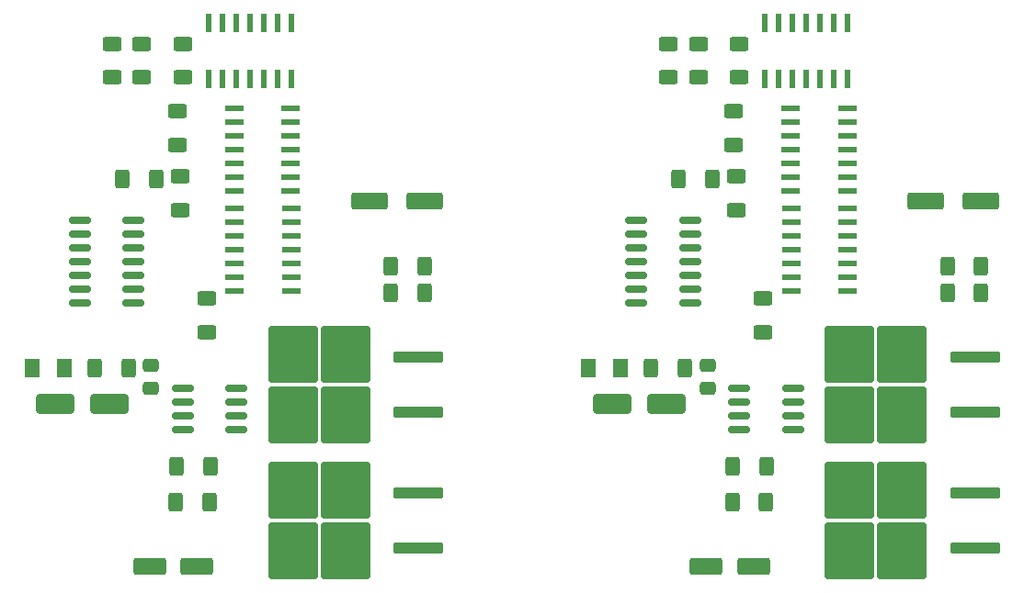
<source format=gbr>
%TF.GenerationSoftware,KiCad,Pcbnew,9.0.2*%
%TF.CreationDate,2025-06-04T19:49:41+07:00*%
%TF.ProjectId,BSPD jadi 1,42535044-206a-4616-9469-20312e6b6963,rev?*%
%TF.SameCoordinates,Original*%
%TF.FileFunction,Paste,Top*%
%TF.FilePolarity,Positive*%
%FSLAX46Y46*%
G04 Gerber Fmt 4.6, Leading zero omitted, Abs format (unit mm)*
G04 Created by KiCad (PCBNEW 9.0.2) date 2025-06-04 19:49:41*
%MOMM*%
%LPD*%
G01*
G04 APERTURE LIST*
G04 Aperture macros list*
%AMRoundRect*
0 Rectangle with rounded corners*
0 $1 Rounding radius*
0 $2 $3 $4 $5 $6 $7 $8 $9 X,Y pos of 4 corners*
0 Add a 4 corners polygon primitive as box body*
4,1,4,$2,$3,$4,$5,$6,$7,$8,$9,$2,$3,0*
0 Add four circle primitives for the rounded corners*
1,1,$1+$1,$2,$3*
1,1,$1+$1,$4,$5*
1,1,$1+$1,$6,$7*
1,1,$1+$1,$8,$9*
0 Add four rect primitives between the rounded corners*
20,1,$1+$1,$2,$3,$4,$5,0*
20,1,$1+$1,$4,$5,$6,$7,0*
20,1,$1+$1,$6,$7,$8,$9,0*
20,1,$1+$1,$8,$9,$2,$3,0*%
G04 Aperture macros list end*
%ADD10RoundRect,0.250000X-0.625000X0.400000X-0.625000X-0.400000X0.625000X-0.400000X0.625000X0.400000X0*%
%ADD11RoundRect,0.250000X-0.400000X-0.625000X0.400000X-0.625000X0.400000X0.625000X-0.400000X0.625000X0*%
%ADD12RoundRect,0.250000X0.625000X-0.400000X0.625000X0.400000X-0.625000X0.400000X-0.625000X-0.400000X0*%
%ADD13RoundRect,0.250000X0.400000X0.625000X-0.400000X0.625000X-0.400000X-0.625000X0.400000X-0.625000X0*%
%ADD14RoundRect,0.250000X2.050000X0.300000X-2.050000X0.300000X-2.050000X-0.300000X2.050000X-0.300000X0*%
%ADD15RoundRect,0.250000X2.025000X2.375000X-2.025000X2.375000X-2.025000X-2.375000X2.025000X-2.375000X0*%
%ADD16RoundRect,0.250000X1.500000X0.650000X-1.500000X0.650000X-1.500000X-0.650000X1.500000X-0.650000X0*%
%ADD17R,1.701800X0.533400*%
%ADD18R,0.533400X1.701800*%
%ADD19RoundRect,0.150000X-0.825000X-0.150000X0.825000X-0.150000X0.825000X0.150000X-0.825000X0.150000X0*%
%ADD20RoundRect,0.250001X-0.462499X-0.624999X0.462499X-0.624999X0.462499X0.624999X-0.462499X0.624999X0*%
%ADD21RoundRect,0.250000X1.412500X0.550000X-1.412500X0.550000X-1.412500X-0.550000X1.412500X-0.550000X0*%
%ADD22RoundRect,0.150000X0.825000X0.150000X-0.825000X0.150000X-0.825000X-0.150000X0.825000X-0.150000X0*%
%ADD23RoundRect,0.250000X1.250000X0.550000X-1.250000X0.550000X-1.250000X-0.550000X1.250000X-0.550000X0*%
%ADD24RoundRect,0.250000X0.475000X-0.337500X0.475000X0.337500X-0.475000X0.337500X-0.475000X-0.337500X0*%
G04 APERTURE END LIST*
D10*
%TO.C,R1*%
X76000000Y-87500000D03*
X76000000Y-90600000D03*
%TD*%
D11*
%TO.C,R8*%
X67925000Y-117425000D03*
X71025000Y-117425000D03*
%TD*%
D12*
%TO.C,R2*%
X75500000Y-96850000D03*
X75500000Y-93750000D03*
%TD*%
D13*
%TO.C,R7*%
X78500000Y-129750000D03*
X75400000Y-129750000D03*
%TD*%
D14*
%TO.C,Q4*%
X97750000Y-134000000D03*
D15*
X91025000Y-134235000D03*
X91025000Y-128685000D03*
X86175000Y-134235000D03*
X86175000Y-128685000D03*
D14*
X97750000Y-128920000D03*
%TD*%
D13*
%TO.C,R5*%
X98300000Y-108000000D03*
X95200000Y-108000000D03*
%TD*%
D16*
%TO.C,D2*%
X69300000Y-120700000D03*
X64300000Y-120700000D03*
%TD*%
D17*
%TO.C,U7*%
X80790800Y-93480000D03*
X80790800Y-94750000D03*
X80790800Y-96020000D03*
X80790800Y-97290000D03*
X80790800Y-98560000D03*
X80790800Y-99830000D03*
X80790800Y-101100000D03*
X85972400Y-101100000D03*
X85972400Y-99830000D03*
X85972400Y-98560000D03*
X85972400Y-97290000D03*
X85972400Y-96020000D03*
X85972400Y-94750000D03*
X85972400Y-93480000D03*
%TD*%
D10*
%TO.C,R9*%
X69500000Y-87500000D03*
X69500000Y-90600000D03*
%TD*%
D18*
%TO.C,U2*%
X78380000Y-90750000D03*
X79650000Y-90750000D03*
X80920000Y-90750000D03*
X82190000Y-90750000D03*
X83460000Y-90750000D03*
X84730000Y-90750000D03*
X86000000Y-90750000D03*
X86000000Y-85568400D03*
X84730000Y-85568400D03*
X83460000Y-85568400D03*
X82190000Y-85568400D03*
X80920000Y-85568400D03*
X79650000Y-85568400D03*
X78380000Y-85568400D03*
%TD*%
D19*
%TO.C,U6*%
X117800000Y-103830000D03*
X117800000Y-105100000D03*
X117800000Y-106370000D03*
X117800000Y-107640000D03*
X117800000Y-108910000D03*
X117800000Y-110180000D03*
X117800000Y-111450000D03*
X122750000Y-111450000D03*
X122750000Y-110180000D03*
X122750000Y-108910000D03*
X122750000Y-107640000D03*
X122750000Y-106370000D03*
X122750000Y-105100000D03*
X122750000Y-103830000D03*
%TD*%
D13*
%TO.C,R6*%
X98300000Y-110500000D03*
X95200000Y-110500000D03*
%TD*%
D10*
%TO.C,R3*%
X129500000Y-111000000D03*
X129500000Y-114100000D03*
%TD*%
D12*
%TO.C,R2*%
X126750000Y-96850000D03*
X126750000Y-93750000D03*
%TD*%
D13*
%TO.C,R4*%
X78550000Y-126500000D03*
X75450000Y-126500000D03*
%TD*%
D14*
%TO.C,Q3*%
X97750000Y-121500000D03*
D15*
X91025000Y-121735000D03*
X91025000Y-116185000D03*
X86175000Y-121735000D03*
X86175000Y-116185000D03*
D14*
X97750000Y-116420000D03*
%TD*%
D20*
%TO.C,D1*%
X62150000Y-117425000D03*
X65125000Y-117425000D03*
%TD*%
D21*
%TO.C,C3*%
X149537500Y-102000000D03*
X144462500Y-102000000D03*
%TD*%
D11*
%TO.C,R15*%
X121700000Y-100000000D03*
X124800000Y-100000000D03*
%TD*%
D10*
%TO.C,R9*%
X120750000Y-87500000D03*
X120750000Y-90600000D03*
%TD*%
D14*
%TO.C,Q4*%
X149000000Y-134000000D03*
D15*
X142275000Y-134235000D03*
X142275000Y-128685000D03*
X137425000Y-134235000D03*
X137425000Y-128685000D03*
D14*
X149000000Y-128920000D03*
%TD*%
D22*
%TO.C,U1*%
X132225000Y-123060000D03*
X132225000Y-121790000D03*
X132225000Y-120520000D03*
X132225000Y-119250000D03*
X127275000Y-119250000D03*
X127275000Y-120520000D03*
X127275000Y-121790000D03*
X127275000Y-123060000D03*
%TD*%
D11*
%TO.C,R15*%
X70450000Y-100000000D03*
X73550000Y-100000000D03*
%TD*%
D23*
%TO.C,C5*%
X77350000Y-135700000D03*
X72950000Y-135700000D03*
%TD*%
D10*
%TO.C,R16*%
X127000000Y-99750000D03*
X127000000Y-102850000D03*
%TD*%
D13*
%TO.C,R4*%
X129800000Y-126500000D03*
X126700000Y-126500000D03*
%TD*%
D21*
%TO.C,C3*%
X98287500Y-102000000D03*
X93212500Y-102000000D03*
%TD*%
D10*
%TO.C,R10*%
X123500000Y-87500000D03*
X123500000Y-90600000D03*
%TD*%
D14*
%TO.C,Q3*%
X149000000Y-121500000D03*
D15*
X142275000Y-121735000D03*
X142275000Y-116185000D03*
X137425000Y-121735000D03*
X137425000Y-116185000D03*
D14*
X149000000Y-116420000D03*
%TD*%
D24*
%TO.C,C4*%
X124350000Y-119250000D03*
X124350000Y-117175000D03*
%TD*%
D10*
%TO.C,R10*%
X72250000Y-87500000D03*
X72250000Y-90600000D03*
%TD*%
%TO.C,R16*%
X75750000Y-99750000D03*
X75750000Y-102850000D03*
%TD*%
D22*
%TO.C,U1*%
X80975000Y-123060000D03*
X80975000Y-121790000D03*
X80975000Y-120520000D03*
X80975000Y-119250000D03*
X76025000Y-119250000D03*
X76025000Y-120520000D03*
X76025000Y-121790000D03*
X76025000Y-123060000D03*
%TD*%
D17*
%TO.C,U3*%
X132059200Y-102730000D03*
X132059200Y-104000000D03*
X132059200Y-105270000D03*
X132059200Y-106540000D03*
X132059200Y-107810000D03*
X132059200Y-109080000D03*
X132059200Y-110350000D03*
X137240800Y-110350000D03*
X137240800Y-109080000D03*
X137240800Y-107810000D03*
X137240800Y-106540000D03*
X137240800Y-105270000D03*
X137240800Y-104000000D03*
X137240800Y-102730000D03*
%TD*%
D16*
%TO.C,D2*%
X120550000Y-120700000D03*
X115550000Y-120700000D03*
%TD*%
D17*
%TO.C,U3*%
X80809200Y-102730000D03*
X80809200Y-104000000D03*
X80809200Y-105270000D03*
X80809200Y-106540000D03*
X80809200Y-107810000D03*
X80809200Y-109080000D03*
X80809200Y-110350000D03*
X85990800Y-110350000D03*
X85990800Y-109080000D03*
X85990800Y-107810000D03*
X85990800Y-106540000D03*
X85990800Y-105270000D03*
X85990800Y-104000000D03*
X85990800Y-102730000D03*
%TD*%
D13*
%TO.C,R7*%
X129750000Y-129750000D03*
X126650000Y-129750000D03*
%TD*%
D18*
%TO.C,U2*%
X129630000Y-90750000D03*
X130900000Y-90750000D03*
X132170000Y-90750000D03*
X133440000Y-90750000D03*
X134710000Y-90750000D03*
X135980000Y-90750000D03*
X137250000Y-90750000D03*
X137250000Y-85568400D03*
X135980000Y-85568400D03*
X134710000Y-85568400D03*
X133440000Y-85568400D03*
X132170000Y-85568400D03*
X130900000Y-85568400D03*
X129630000Y-85568400D03*
%TD*%
D17*
%TO.C,U7*%
X132040800Y-93480000D03*
X132040800Y-94750000D03*
X132040800Y-96020000D03*
X132040800Y-97290000D03*
X132040800Y-98560000D03*
X132040800Y-99830000D03*
X132040800Y-101100000D03*
X137222400Y-101100000D03*
X137222400Y-99830000D03*
X137222400Y-98560000D03*
X137222400Y-97290000D03*
X137222400Y-96020000D03*
X137222400Y-94750000D03*
X137222400Y-93480000D03*
%TD*%
D19*
%TO.C,U6*%
X66550000Y-103830000D03*
X66550000Y-105100000D03*
X66550000Y-106370000D03*
X66550000Y-107640000D03*
X66550000Y-108910000D03*
X66550000Y-110180000D03*
X66550000Y-111450000D03*
X71500000Y-111450000D03*
X71500000Y-110180000D03*
X71500000Y-108910000D03*
X71500000Y-107640000D03*
X71500000Y-106370000D03*
X71500000Y-105100000D03*
X71500000Y-103830000D03*
%TD*%
D20*
%TO.C,D1*%
X113400000Y-117425000D03*
X116375000Y-117425000D03*
%TD*%
D24*
%TO.C,C4*%
X73100000Y-119250000D03*
X73100000Y-117175000D03*
%TD*%
D11*
%TO.C,R8*%
X119175000Y-117425000D03*
X122275000Y-117425000D03*
%TD*%
D10*
%TO.C,R1*%
X127250000Y-87500000D03*
X127250000Y-90600000D03*
%TD*%
D13*
%TO.C,R5*%
X149550000Y-108000000D03*
X146450000Y-108000000D03*
%TD*%
%TO.C,R6*%
X149550000Y-110500000D03*
X146450000Y-110500000D03*
%TD*%
D10*
%TO.C,R3*%
X78250000Y-111000000D03*
X78250000Y-114100000D03*
%TD*%
D23*
%TO.C,C5*%
X128600000Y-135700000D03*
X124200000Y-135700000D03*
%TD*%
M02*

</source>
